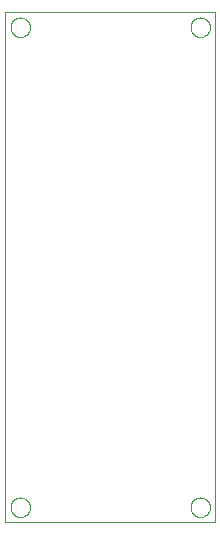
<source format=gko>
G04 EAGLE Gerber RS-274X export*
G75*
%MOMM*%
%FSLAX34Y34*%
%LPD*%
%INOutline*%
%IPPOS*%
%AMOC8*
5,1,8,0,0,1.08239X$1,22.5*%
G01*
%ADD10C,0.000000*%


D10*
X0Y0D02*
X177600Y0D01*
X177600Y431675D01*
X0Y431675D01*
X0Y0D01*
X4445Y12700D02*
X4447Y12903D01*
X4455Y13105D01*
X4467Y13307D01*
X4485Y13509D01*
X4507Y13711D01*
X4534Y13911D01*
X4567Y14111D01*
X4604Y14310D01*
X4646Y14509D01*
X4692Y14706D01*
X4744Y14902D01*
X4800Y15096D01*
X4862Y15289D01*
X4928Y15481D01*
X4998Y15671D01*
X5073Y15859D01*
X5153Y16045D01*
X5238Y16229D01*
X5326Y16412D01*
X5420Y16591D01*
X5517Y16769D01*
X5619Y16944D01*
X5726Y17116D01*
X5836Y17286D01*
X5951Y17453D01*
X6070Y17617D01*
X6192Y17779D01*
X6319Y17937D01*
X6449Y18092D01*
X6583Y18244D01*
X6721Y18392D01*
X6863Y18537D01*
X7008Y18679D01*
X7156Y18817D01*
X7308Y18951D01*
X7463Y19081D01*
X7621Y19208D01*
X7783Y19330D01*
X7947Y19449D01*
X8114Y19564D01*
X8284Y19674D01*
X8456Y19781D01*
X8631Y19883D01*
X8809Y19980D01*
X8988Y20074D01*
X9171Y20162D01*
X9355Y20247D01*
X9541Y20327D01*
X9729Y20402D01*
X9919Y20472D01*
X10111Y20538D01*
X10304Y20600D01*
X10498Y20656D01*
X10694Y20708D01*
X10891Y20754D01*
X11090Y20796D01*
X11289Y20833D01*
X11489Y20866D01*
X11689Y20893D01*
X11891Y20915D01*
X12093Y20933D01*
X12295Y20945D01*
X12497Y20953D01*
X12700Y20955D01*
X12903Y20953D01*
X13105Y20945D01*
X13307Y20933D01*
X13509Y20915D01*
X13711Y20893D01*
X13911Y20866D01*
X14111Y20833D01*
X14310Y20796D01*
X14509Y20754D01*
X14706Y20708D01*
X14902Y20656D01*
X15096Y20600D01*
X15289Y20538D01*
X15481Y20472D01*
X15671Y20402D01*
X15859Y20327D01*
X16045Y20247D01*
X16229Y20162D01*
X16412Y20074D01*
X16591Y19980D01*
X16769Y19883D01*
X16944Y19781D01*
X17116Y19674D01*
X17286Y19564D01*
X17453Y19449D01*
X17617Y19330D01*
X17779Y19208D01*
X17937Y19081D01*
X18092Y18951D01*
X18244Y18817D01*
X18392Y18679D01*
X18537Y18537D01*
X18679Y18392D01*
X18817Y18244D01*
X18951Y18092D01*
X19081Y17937D01*
X19208Y17779D01*
X19330Y17617D01*
X19449Y17453D01*
X19564Y17286D01*
X19674Y17116D01*
X19781Y16944D01*
X19883Y16769D01*
X19980Y16591D01*
X20074Y16412D01*
X20162Y16229D01*
X20247Y16045D01*
X20327Y15859D01*
X20402Y15671D01*
X20472Y15481D01*
X20538Y15289D01*
X20600Y15096D01*
X20656Y14902D01*
X20708Y14706D01*
X20754Y14509D01*
X20796Y14310D01*
X20833Y14111D01*
X20866Y13911D01*
X20893Y13711D01*
X20915Y13509D01*
X20933Y13307D01*
X20945Y13105D01*
X20953Y12903D01*
X20955Y12700D01*
X20953Y12497D01*
X20945Y12295D01*
X20933Y12093D01*
X20915Y11891D01*
X20893Y11689D01*
X20866Y11489D01*
X20833Y11289D01*
X20796Y11090D01*
X20754Y10891D01*
X20708Y10694D01*
X20656Y10498D01*
X20600Y10304D01*
X20538Y10111D01*
X20472Y9919D01*
X20402Y9729D01*
X20327Y9541D01*
X20247Y9355D01*
X20162Y9171D01*
X20074Y8988D01*
X19980Y8809D01*
X19883Y8631D01*
X19781Y8456D01*
X19674Y8284D01*
X19564Y8114D01*
X19449Y7947D01*
X19330Y7783D01*
X19208Y7621D01*
X19081Y7463D01*
X18951Y7308D01*
X18817Y7156D01*
X18679Y7008D01*
X18537Y6863D01*
X18392Y6721D01*
X18244Y6583D01*
X18092Y6449D01*
X17937Y6319D01*
X17779Y6192D01*
X17617Y6070D01*
X17453Y5951D01*
X17286Y5836D01*
X17116Y5726D01*
X16944Y5619D01*
X16769Y5517D01*
X16591Y5420D01*
X16412Y5326D01*
X16229Y5238D01*
X16045Y5153D01*
X15859Y5073D01*
X15671Y4998D01*
X15481Y4928D01*
X15289Y4862D01*
X15096Y4800D01*
X14902Y4744D01*
X14706Y4692D01*
X14509Y4646D01*
X14310Y4604D01*
X14111Y4567D01*
X13911Y4534D01*
X13711Y4507D01*
X13509Y4485D01*
X13307Y4467D01*
X13105Y4455D01*
X12903Y4447D01*
X12700Y4445D01*
X12497Y4447D01*
X12295Y4455D01*
X12093Y4467D01*
X11891Y4485D01*
X11689Y4507D01*
X11489Y4534D01*
X11289Y4567D01*
X11090Y4604D01*
X10891Y4646D01*
X10694Y4692D01*
X10498Y4744D01*
X10304Y4800D01*
X10111Y4862D01*
X9919Y4928D01*
X9729Y4998D01*
X9541Y5073D01*
X9355Y5153D01*
X9171Y5238D01*
X8988Y5326D01*
X8809Y5420D01*
X8631Y5517D01*
X8456Y5619D01*
X8284Y5726D01*
X8114Y5836D01*
X7947Y5951D01*
X7783Y6070D01*
X7621Y6192D01*
X7463Y6319D01*
X7308Y6449D01*
X7156Y6583D01*
X7008Y6721D01*
X6863Y6863D01*
X6721Y7008D01*
X6583Y7156D01*
X6449Y7308D01*
X6319Y7463D01*
X6192Y7621D01*
X6070Y7783D01*
X5951Y7947D01*
X5836Y8114D01*
X5726Y8284D01*
X5619Y8456D01*
X5517Y8631D01*
X5420Y8809D01*
X5326Y8988D01*
X5238Y9171D01*
X5153Y9355D01*
X5073Y9541D01*
X4998Y9729D01*
X4928Y9919D01*
X4862Y10111D01*
X4800Y10304D01*
X4744Y10498D01*
X4692Y10694D01*
X4646Y10891D01*
X4604Y11090D01*
X4567Y11289D01*
X4534Y11489D01*
X4507Y11689D01*
X4485Y11891D01*
X4467Y12093D01*
X4455Y12295D01*
X4447Y12497D01*
X4445Y12700D01*
X156845Y12700D02*
X156847Y12903D01*
X156855Y13105D01*
X156867Y13307D01*
X156885Y13509D01*
X156907Y13711D01*
X156934Y13911D01*
X156967Y14111D01*
X157004Y14310D01*
X157046Y14509D01*
X157092Y14706D01*
X157144Y14902D01*
X157200Y15096D01*
X157262Y15289D01*
X157328Y15481D01*
X157398Y15671D01*
X157473Y15859D01*
X157553Y16045D01*
X157638Y16229D01*
X157726Y16412D01*
X157820Y16591D01*
X157917Y16769D01*
X158019Y16944D01*
X158126Y17116D01*
X158236Y17286D01*
X158351Y17453D01*
X158470Y17617D01*
X158592Y17779D01*
X158719Y17937D01*
X158849Y18092D01*
X158983Y18244D01*
X159121Y18392D01*
X159263Y18537D01*
X159408Y18679D01*
X159556Y18817D01*
X159708Y18951D01*
X159863Y19081D01*
X160021Y19208D01*
X160183Y19330D01*
X160347Y19449D01*
X160514Y19564D01*
X160684Y19674D01*
X160856Y19781D01*
X161031Y19883D01*
X161209Y19980D01*
X161388Y20074D01*
X161571Y20162D01*
X161755Y20247D01*
X161941Y20327D01*
X162129Y20402D01*
X162319Y20472D01*
X162511Y20538D01*
X162704Y20600D01*
X162898Y20656D01*
X163094Y20708D01*
X163291Y20754D01*
X163490Y20796D01*
X163689Y20833D01*
X163889Y20866D01*
X164089Y20893D01*
X164291Y20915D01*
X164493Y20933D01*
X164695Y20945D01*
X164897Y20953D01*
X165100Y20955D01*
X165303Y20953D01*
X165505Y20945D01*
X165707Y20933D01*
X165909Y20915D01*
X166111Y20893D01*
X166311Y20866D01*
X166511Y20833D01*
X166710Y20796D01*
X166909Y20754D01*
X167106Y20708D01*
X167302Y20656D01*
X167496Y20600D01*
X167689Y20538D01*
X167881Y20472D01*
X168071Y20402D01*
X168259Y20327D01*
X168445Y20247D01*
X168629Y20162D01*
X168812Y20074D01*
X168991Y19980D01*
X169169Y19883D01*
X169344Y19781D01*
X169516Y19674D01*
X169686Y19564D01*
X169853Y19449D01*
X170017Y19330D01*
X170179Y19208D01*
X170337Y19081D01*
X170492Y18951D01*
X170644Y18817D01*
X170792Y18679D01*
X170937Y18537D01*
X171079Y18392D01*
X171217Y18244D01*
X171351Y18092D01*
X171481Y17937D01*
X171608Y17779D01*
X171730Y17617D01*
X171849Y17453D01*
X171964Y17286D01*
X172074Y17116D01*
X172181Y16944D01*
X172283Y16769D01*
X172380Y16591D01*
X172474Y16412D01*
X172562Y16229D01*
X172647Y16045D01*
X172727Y15859D01*
X172802Y15671D01*
X172872Y15481D01*
X172938Y15289D01*
X173000Y15096D01*
X173056Y14902D01*
X173108Y14706D01*
X173154Y14509D01*
X173196Y14310D01*
X173233Y14111D01*
X173266Y13911D01*
X173293Y13711D01*
X173315Y13509D01*
X173333Y13307D01*
X173345Y13105D01*
X173353Y12903D01*
X173355Y12700D01*
X173353Y12497D01*
X173345Y12295D01*
X173333Y12093D01*
X173315Y11891D01*
X173293Y11689D01*
X173266Y11489D01*
X173233Y11289D01*
X173196Y11090D01*
X173154Y10891D01*
X173108Y10694D01*
X173056Y10498D01*
X173000Y10304D01*
X172938Y10111D01*
X172872Y9919D01*
X172802Y9729D01*
X172727Y9541D01*
X172647Y9355D01*
X172562Y9171D01*
X172474Y8988D01*
X172380Y8809D01*
X172283Y8631D01*
X172181Y8456D01*
X172074Y8284D01*
X171964Y8114D01*
X171849Y7947D01*
X171730Y7783D01*
X171608Y7621D01*
X171481Y7463D01*
X171351Y7308D01*
X171217Y7156D01*
X171079Y7008D01*
X170937Y6863D01*
X170792Y6721D01*
X170644Y6583D01*
X170492Y6449D01*
X170337Y6319D01*
X170179Y6192D01*
X170017Y6070D01*
X169853Y5951D01*
X169686Y5836D01*
X169516Y5726D01*
X169344Y5619D01*
X169169Y5517D01*
X168991Y5420D01*
X168812Y5326D01*
X168629Y5238D01*
X168445Y5153D01*
X168259Y5073D01*
X168071Y4998D01*
X167881Y4928D01*
X167689Y4862D01*
X167496Y4800D01*
X167302Y4744D01*
X167106Y4692D01*
X166909Y4646D01*
X166710Y4604D01*
X166511Y4567D01*
X166311Y4534D01*
X166111Y4507D01*
X165909Y4485D01*
X165707Y4467D01*
X165505Y4455D01*
X165303Y4447D01*
X165100Y4445D01*
X164897Y4447D01*
X164695Y4455D01*
X164493Y4467D01*
X164291Y4485D01*
X164089Y4507D01*
X163889Y4534D01*
X163689Y4567D01*
X163490Y4604D01*
X163291Y4646D01*
X163094Y4692D01*
X162898Y4744D01*
X162704Y4800D01*
X162511Y4862D01*
X162319Y4928D01*
X162129Y4998D01*
X161941Y5073D01*
X161755Y5153D01*
X161571Y5238D01*
X161388Y5326D01*
X161209Y5420D01*
X161031Y5517D01*
X160856Y5619D01*
X160684Y5726D01*
X160514Y5836D01*
X160347Y5951D01*
X160183Y6070D01*
X160021Y6192D01*
X159863Y6319D01*
X159708Y6449D01*
X159556Y6583D01*
X159408Y6721D01*
X159263Y6863D01*
X159121Y7008D01*
X158983Y7156D01*
X158849Y7308D01*
X158719Y7463D01*
X158592Y7621D01*
X158470Y7783D01*
X158351Y7947D01*
X158236Y8114D01*
X158126Y8284D01*
X158019Y8456D01*
X157917Y8631D01*
X157820Y8809D01*
X157726Y8988D01*
X157638Y9171D01*
X157553Y9355D01*
X157473Y9541D01*
X157398Y9729D01*
X157328Y9919D01*
X157262Y10111D01*
X157200Y10304D01*
X157144Y10498D01*
X157092Y10694D01*
X157046Y10891D01*
X157004Y11090D01*
X156967Y11289D01*
X156934Y11489D01*
X156907Y11689D01*
X156885Y11891D01*
X156867Y12093D01*
X156855Y12295D01*
X156847Y12497D01*
X156845Y12700D01*
X156845Y419100D02*
X156847Y419303D01*
X156855Y419505D01*
X156867Y419707D01*
X156885Y419909D01*
X156907Y420111D01*
X156934Y420311D01*
X156967Y420511D01*
X157004Y420710D01*
X157046Y420909D01*
X157092Y421106D01*
X157144Y421302D01*
X157200Y421496D01*
X157262Y421689D01*
X157328Y421881D01*
X157398Y422071D01*
X157473Y422259D01*
X157553Y422445D01*
X157638Y422629D01*
X157726Y422812D01*
X157820Y422991D01*
X157917Y423169D01*
X158019Y423344D01*
X158126Y423516D01*
X158236Y423686D01*
X158351Y423853D01*
X158470Y424017D01*
X158592Y424179D01*
X158719Y424337D01*
X158849Y424492D01*
X158983Y424644D01*
X159121Y424792D01*
X159263Y424937D01*
X159408Y425079D01*
X159556Y425217D01*
X159708Y425351D01*
X159863Y425481D01*
X160021Y425608D01*
X160183Y425730D01*
X160347Y425849D01*
X160514Y425964D01*
X160684Y426074D01*
X160856Y426181D01*
X161031Y426283D01*
X161209Y426380D01*
X161388Y426474D01*
X161571Y426562D01*
X161755Y426647D01*
X161941Y426727D01*
X162129Y426802D01*
X162319Y426872D01*
X162511Y426938D01*
X162704Y427000D01*
X162898Y427056D01*
X163094Y427108D01*
X163291Y427154D01*
X163490Y427196D01*
X163689Y427233D01*
X163889Y427266D01*
X164089Y427293D01*
X164291Y427315D01*
X164493Y427333D01*
X164695Y427345D01*
X164897Y427353D01*
X165100Y427355D01*
X165303Y427353D01*
X165505Y427345D01*
X165707Y427333D01*
X165909Y427315D01*
X166111Y427293D01*
X166311Y427266D01*
X166511Y427233D01*
X166710Y427196D01*
X166909Y427154D01*
X167106Y427108D01*
X167302Y427056D01*
X167496Y427000D01*
X167689Y426938D01*
X167881Y426872D01*
X168071Y426802D01*
X168259Y426727D01*
X168445Y426647D01*
X168629Y426562D01*
X168812Y426474D01*
X168991Y426380D01*
X169169Y426283D01*
X169344Y426181D01*
X169516Y426074D01*
X169686Y425964D01*
X169853Y425849D01*
X170017Y425730D01*
X170179Y425608D01*
X170337Y425481D01*
X170492Y425351D01*
X170644Y425217D01*
X170792Y425079D01*
X170937Y424937D01*
X171079Y424792D01*
X171217Y424644D01*
X171351Y424492D01*
X171481Y424337D01*
X171608Y424179D01*
X171730Y424017D01*
X171849Y423853D01*
X171964Y423686D01*
X172074Y423516D01*
X172181Y423344D01*
X172283Y423169D01*
X172380Y422991D01*
X172474Y422812D01*
X172562Y422629D01*
X172647Y422445D01*
X172727Y422259D01*
X172802Y422071D01*
X172872Y421881D01*
X172938Y421689D01*
X173000Y421496D01*
X173056Y421302D01*
X173108Y421106D01*
X173154Y420909D01*
X173196Y420710D01*
X173233Y420511D01*
X173266Y420311D01*
X173293Y420111D01*
X173315Y419909D01*
X173333Y419707D01*
X173345Y419505D01*
X173353Y419303D01*
X173355Y419100D01*
X173353Y418897D01*
X173345Y418695D01*
X173333Y418493D01*
X173315Y418291D01*
X173293Y418089D01*
X173266Y417889D01*
X173233Y417689D01*
X173196Y417490D01*
X173154Y417291D01*
X173108Y417094D01*
X173056Y416898D01*
X173000Y416704D01*
X172938Y416511D01*
X172872Y416319D01*
X172802Y416129D01*
X172727Y415941D01*
X172647Y415755D01*
X172562Y415571D01*
X172474Y415388D01*
X172380Y415209D01*
X172283Y415031D01*
X172181Y414856D01*
X172074Y414684D01*
X171964Y414514D01*
X171849Y414347D01*
X171730Y414183D01*
X171608Y414021D01*
X171481Y413863D01*
X171351Y413708D01*
X171217Y413556D01*
X171079Y413408D01*
X170937Y413263D01*
X170792Y413121D01*
X170644Y412983D01*
X170492Y412849D01*
X170337Y412719D01*
X170179Y412592D01*
X170017Y412470D01*
X169853Y412351D01*
X169686Y412236D01*
X169516Y412126D01*
X169344Y412019D01*
X169169Y411917D01*
X168991Y411820D01*
X168812Y411726D01*
X168629Y411638D01*
X168445Y411553D01*
X168259Y411473D01*
X168071Y411398D01*
X167881Y411328D01*
X167689Y411262D01*
X167496Y411200D01*
X167302Y411144D01*
X167106Y411092D01*
X166909Y411046D01*
X166710Y411004D01*
X166511Y410967D01*
X166311Y410934D01*
X166111Y410907D01*
X165909Y410885D01*
X165707Y410867D01*
X165505Y410855D01*
X165303Y410847D01*
X165100Y410845D01*
X164897Y410847D01*
X164695Y410855D01*
X164493Y410867D01*
X164291Y410885D01*
X164089Y410907D01*
X163889Y410934D01*
X163689Y410967D01*
X163490Y411004D01*
X163291Y411046D01*
X163094Y411092D01*
X162898Y411144D01*
X162704Y411200D01*
X162511Y411262D01*
X162319Y411328D01*
X162129Y411398D01*
X161941Y411473D01*
X161755Y411553D01*
X161571Y411638D01*
X161388Y411726D01*
X161209Y411820D01*
X161031Y411917D01*
X160856Y412019D01*
X160684Y412126D01*
X160514Y412236D01*
X160347Y412351D01*
X160183Y412470D01*
X160021Y412592D01*
X159863Y412719D01*
X159708Y412849D01*
X159556Y412983D01*
X159408Y413121D01*
X159263Y413263D01*
X159121Y413408D01*
X158983Y413556D01*
X158849Y413708D01*
X158719Y413863D01*
X158592Y414021D01*
X158470Y414183D01*
X158351Y414347D01*
X158236Y414514D01*
X158126Y414684D01*
X158019Y414856D01*
X157917Y415031D01*
X157820Y415209D01*
X157726Y415388D01*
X157638Y415571D01*
X157553Y415755D01*
X157473Y415941D01*
X157398Y416129D01*
X157328Y416319D01*
X157262Y416511D01*
X157200Y416704D01*
X157144Y416898D01*
X157092Y417094D01*
X157046Y417291D01*
X157004Y417490D01*
X156967Y417689D01*
X156934Y417889D01*
X156907Y418089D01*
X156885Y418291D01*
X156867Y418493D01*
X156855Y418695D01*
X156847Y418897D01*
X156845Y419100D01*
X4445Y419100D02*
X4447Y419303D01*
X4455Y419505D01*
X4467Y419707D01*
X4485Y419909D01*
X4507Y420111D01*
X4534Y420311D01*
X4567Y420511D01*
X4604Y420710D01*
X4646Y420909D01*
X4692Y421106D01*
X4744Y421302D01*
X4800Y421496D01*
X4862Y421689D01*
X4928Y421881D01*
X4998Y422071D01*
X5073Y422259D01*
X5153Y422445D01*
X5238Y422629D01*
X5326Y422812D01*
X5420Y422991D01*
X5517Y423169D01*
X5619Y423344D01*
X5726Y423516D01*
X5836Y423686D01*
X5951Y423853D01*
X6070Y424017D01*
X6192Y424179D01*
X6319Y424337D01*
X6449Y424492D01*
X6583Y424644D01*
X6721Y424792D01*
X6863Y424937D01*
X7008Y425079D01*
X7156Y425217D01*
X7308Y425351D01*
X7463Y425481D01*
X7621Y425608D01*
X7783Y425730D01*
X7947Y425849D01*
X8114Y425964D01*
X8284Y426074D01*
X8456Y426181D01*
X8631Y426283D01*
X8809Y426380D01*
X8988Y426474D01*
X9171Y426562D01*
X9355Y426647D01*
X9541Y426727D01*
X9729Y426802D01*
X9919Y426872D01*
X10111Y426938D01*
X10304Y427000D01*
X10498Y427056D01*
X10694Y427108D01*
X10891Y427154D01*
X11090Y427196D01*
X11289Y427233D01*
X11489Y427266D01*
X11689Y427293D01*
X11891Y427315D01*
X12093Y427333D01*
X12295Y427345D01*
X12497Y427353D01*
X12700Y427355D01*
X12903Y427353D01*
X13105Y427345D01*
X13307Y427333D01*
X13509Y427315D01*
X13711Y427293D01*
X13911Y427266D01*
X14111Y427233D01*
X14310Y427196D01*
X14509Y427154D01*
X14706Y427108D01*
X14902Y427056D01*
X15096Y427000D01*
X15289Y426938D01*
X15481Y426872D01*
X15671Y426802D01*
X15859Y426727D01*
X16045Y426647D01*
X16229Y426562D01*
X16412Y426474D01*
X16591Y426380D01*
X16769Y426283D01*
X16944Y426181D01*
X17116Y426074D01*
X17286Y425964D01*
X17453Y425849D01*
X17617Y425730D01*
X17779Y425608D01*
X17937Y425481D01*
X18092Y425351D01*
X18244Y425217D01*
X18392Y425079D01*
X18537Y424937D01*
X18679Y424792D01*
X18817Y424644D01*
X18951Y424492D01*
X19081Y424337D01*
X19208Y424179D01*
X19330Y424017D01*
X19449Y423853D01*
X19564Y423686D01*
X19674Y423516D01*
X19781Y423344D01*
X19883Y423169D01*
X19980Y422991D01*
X20074Y422812D01*
X20162Y422629D01*
X20247Y422445D01*
X20327Y422259D01*
X20402Y422071D01*
X20472Y421881D01*
X20538Y421689D01*
X20600Y421496D01*
X20656Y421302D01*
X20708Y421106D01*
X20754Y420909D01*
X20796Y420710D01*
X20833Y420511D01*
X20866Y420311D01*
X20893Y420111D01*
X20915Y419909D01*
X20933Y419707D01*
X20945Y419505D01*
X20953Y419303D01*
X20955Y419100D01*
X20953Y418897D01*
X20945Y418695D01*
X20933Y418493D01*
X20915Y418291D01*
X20893Y418089D01*
X20866Y417889D01*
X20833Y417689D01*
X20796Y417490D01*
X20754Y417291D01*
X20708Y417094D01*
X20656Y416898D01*
X20600Y416704D01*
X20538Y416511D01*
X20472Y416319D01*
X20402Y416129D01*
X20327Y415941D01*
X20247Y415755D01*
X20162Y415571D01*
X20074Y415388D01*
X19980Y415209D01*
X19883Y415031D01*
X19781Y414856D01*
X19674Y414684D01*
X19564Y414514D01*
X19449Y414347D01*
X19330Y414183D01*
X19208Y414021D01*
X19081Y413863D01*
X18951Y413708D01*
X18817Y413556D01*
X18679Y413408D01*
X18537Y413263D01*
X18392Y413121D01*
X18244Y412983D01*
X18092Y412849D01*
X17937Y412719D01*
X17779Y412592D01*
X17617Y412470D01*
X17453Y412351D01*
X17286Y412236D01*
X17116Y412126D01*
X16944Y412019D01*
X16769Y411917D01*
X16591Y411820D01*
X16412Y411726D01*
X16229Y411638D01*
X16045Y411553D01*
X15859Y411473D01*
X15671Y411398D01*
X15481Y411328D01*
X15289Y411262D01*
X15096Y411200D01*
X14902Y411144D01*
X14706Y411092D01*
X14509Y411046D01*
X14310Y411004D01*
X14111Y410967D01*
X13911Y410934D01*
X13711Y410907D01*
X13509Y410885D01*
X13307Y410867D01*
X13105Y410855D01*
X12903Y410847D01*
X12700Y410845D01*
X12497Y410847D01*
X12295Y410855D01*
X12093Y410867D01*
X11891Y410885D01*
X11689Y410907D01*
X11489Y410934D01*
X11289Y410967D01*
X11090Y411004D01*
X10891Y411046D01*
X10694Y411092D01*
X10498Y411144D01*
X10304Y411200D01*
X10111Y411262D01*
X9919Y411328D01*
X9729Y411398D01*
X9541Y411473D01*
X9355Y411553D01*
X9171Y411638D01*
X8988Y411726D01*
X8809Y411820D01*
X8631Y411917D01*
X8456Y412019D01*
X8284Y412126D01*
X8114Y412236D01*
X7947Y412351D01*
X7783Y412470D01*
X7621Y412592D01*
X7463Y412719D01*
X7308Y412849D01*
X7156Y412983D01*
X7008Y413121D01*
X6863Y413263D01*
X6721Y413408D01*
X6583Y413556D01*
X6449Y413708D01*
X6319Y413863D01*
X6192Y414021D01*
X6070Y414183D01*
X5951Y414347D01*
X5836Y414514D01*
X5726Y414684D01*
X5619Y414856D01*
X5517Y415031D01*
X5420Y415209D01*
X5326Y415388D01*
X5238Y415571D01*
X5153Y415755D01*
X5073Y415941D01*
X4998Y416129D01*
X4928Y416319D01*
X4862Y416511D01*
X4800Y416704D01*
X4744Y416898D01*
X4692Y417094D01*
X4646Y417291D01*
X4604Y417490D01*
X4567Y417689D01*
X4534Y417889D01*
X4507Y418089D01*
X4485Y418291D01*
X4467Y418493D01*
X4455Y418695D01*
X4447Y418897D01*
X4445Y419100D01*
M02*

</source>
